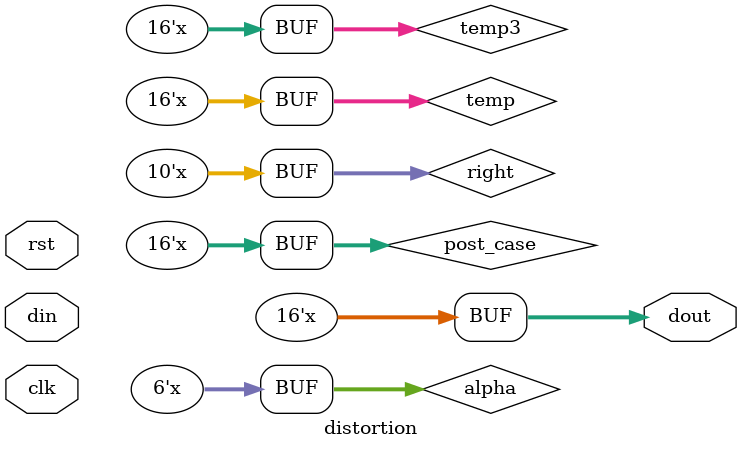
<source format=v>
`timescale 1ns / 1ps


module distortion(
    input signed [15:0] din, // range: (32767,-32768) 2^16
    input clk,
    input rst,    
    
    output reg signed [15:0] dout
    );
    
    reg signed [15:0] temp; //temp val for case statement processing
    reg signed [15:0] temp2; //temp val for sign stuff
    reg signed [15:0] temp3; //temp val for after case, pre output
    reg signed [15:0] post_case; //val for after case
    reg signed [9:0] left; //left 9 MSB
    reg signed [9:0] right; //next val after left
    reg signed [5:0] alpha; //reg for interval with bins

    reg sign; //sign reg
    
    always @(*)
    begin
        if(rst)
            dout <= 16'h0000; //set to 0 if reset
        else
        begin
            sign = din[15]; //sign is 16th bit
            if(sign == 1'b1) //take 2s comp if negative to find magnitude
                temp2 <= ~din + 1'b1;
            else 
                temp2 <= din; //if positive
                
            //linear interpolation section------------------------------------------------------------------------------
            left = temp2[14:6];  // 9 most significant bits
            right = left + 1'b1;   // next value, after left, when quantized to 10 
            alpha = temp2[5:0];  // tells me where in the interval the desired value is

            case(left) //arctangent LUT for 512 samples (technically 1024 after sign)
                9'h000 : temp = 16'h0000;
                9'h001 : temp = 16'h01C1;
                9'h002 : temp = 16'h0382;
                9'h003 : temp = 16'h0541;
                9'h004 : temp = 16'h0700;
                9'h005 : temp = 16'h08BD;
                9'h006 : temp = 16'h0A77;
                9'h007 : temp = 16'h0C30;
                9'h008 : temp = 16'h0DE5;
                9'h009 : temp = 16'h0F98;
                9'h00A : temp = 16'h1147;
                9'h00B : temp = 16'h12F2;
                9'h00C : temp = 16'h1499;
                9'h00D : temp = 16'h163C;
                9'h00E : temp = 16'h17DA;
                9'h00F : temp = 16'h1973;
                9'h010 : temp = 16'h1B07;
                9'h011 : temp = 16'h1C96;
                9'h012 : temp = 16'h1E1F;
                9'h013 : temp = 16'h1FA3;
                9'h014 : temp = 16'h2121;
                9'h015 : temp = 16'h2298;
                9'h016 : temp = 16'h240A;
                9'h017 : temp = 16'h2576;
                9'h018 : temp = 16'h26DB;
                9'h019 : temp = 16'h283B;
                9'h01A : temp = 16'h2994;
                9'h01B : temp = 16'h2AE7;
                9'h01C : temp = 16'h2C33;
                9'h01D : temp = 16'h2D79;
                9'h01E : temp = 16'h2EB9;
                9'h01F : temp = 16'h2FF3;
                9'h020 : temp = 16'h3127;
                9'h021 : temp = 16'h3254;
                9'h022 : temp = 16'h337C;
                9'h023 : temp = 16'h349D;
                9'h024 : temp = 16'h35B9;
                9'h025 : temp = 16'h36CE;
                9'h026 : temp = 16'h37DE;
                9'h027 : temp = 16'h38E8;
                9'h028 : temp = 16'h39ED;
                9'h029 : temp = 16'h3AEC;
                9'h02A : temp = 16'h3BE6;
                9'h02B : temp = 16'h3CDA;
                9'h02C : temp = 16'h3DCA;
                9'h02D : temp = 16'h3EB4;
                9'h02E : temp = 16'h3F99;
                9'h02F : temp = 16'h4079;
                9'h030 : temp = 16'h4155;
                9'h031 : temp = 16'h422C;
                9'h032 : temp = 16'h42FE;
                9'h033 : temp = 16'h43CC;
                9'h034 : temp = 16'h4495;
                9'h035 : temp = 16'h455A;
                9'h036 : temp = 16'h461B;
                9'h037 : temp = 16'h46D8;
                9'h038 : temp = 16'h4791;
                9'h039 : temp = 16'h4847;
                9'h03A : temp = 16'h48F8;
                9'h03B : temp = 16'h49A6;
                9'h03C : temp = 16'h4A50;
                9'h03D : temp = 16'h4AF6;
                9'h03E : temp = 16'h4B99;
                9'h03F : temp = 16'h4C39;
                9'h040 : temp = 16'h4CD6;
                9'h041 : temp = 16'h4D6F;
                9'h042 : temp = 16'h4E05;
                9'h043 : temp = 16'h4E99;
                9'h044 : temp = 16'h4F29;
                9'h045 : temp = 16'h4FB6;
                9'h046 : temp = 16'h5041;
                9'h047 : temp = 16'h50C9;
                9'h048 : temp = 16'h514E;
                9'h049 : temp = 16'h51D1;
                9'h04A : temp = 16'h5251;
                9'h04B : temp = 16'h52CF;
                9'h04C : temp = 16'h534A;
                9'h04D : temp = 16'h53C3;
                9'h04E : temp = 16'h543A;
                9'h04F : temp = 16'h54AE;
                9'h050 : temp = 16'h5521;
                9'h051 : temp = 16'h5591;
                9'h052 : temp = 16'h55FF;
                9'h053 : temp = 16'h566B;
                9'h054 : temp = 16'h56D5;
                9'h055 : temp = 16'h573D;
                9'h056 : temp = 16'h57A4;
                9'h057 : temp = 16'h5808;
                9'h058 : temp = 16'h586B;
                9'h059 : temp = 16'h58CC;
                9'h05A : temp = 16'h592B;
                9'h05B : temp = 16'h5989;
                9'h05C : temp = 16'h59E5;
                9'h05D : temp = 16'h5A3F;
                9'h05E : temp = 16'h5A98;
                9'h05F : temp = 16'h5AF0;
                9'h060 : temp = 16'h5B46;
                9'h061 : temp = 16'h5B9A;
                9'h062 : temp = 16'h5BED;
                9'h063 : temp = 16'h5C3F;
                9'h064 : temp = 16'h5C8F;
                9'h065 : temp = 16'h5CDE;
                9'h066 : temp = 16'h5D2C;
                9'h067 : temp = 16'h5D79;
                9'h068 : temp = 16'h5DC4;
                9'h069 : temp = 16'h5E0E;
                9'h06A : temp = 16'h5E57;
                9'h06B : temp = 16'h5E9F;
                9'h06C : temp = 16'h5EE5;
                9'h06D : temp = 16'h5F2B;
                9'h06E : temp = 16'h5F6F;
                9'h06F : temp = 16'h5FB3;
                9'h070 : temp = 16'h5FF5;
                9'h071 : temp = 16'h6037;
                9'h072 : temp = 16'h6077;
                9'h073 : temp = 16'h60B7;
                9'h074 : temp = 16'h60F5;
                9'h075 : temp = 16'h6133;
                9'h076 : temp = 16'h616F;
                9'h077 : temp = 16'h61AB;
                9'h078 : temp = 16'h61E6;
                9'h079 : temp = 16'h6220;
                9'h07A : temp = 16'h625A;
                9'h07B : temp = 16'h6292;
                9'h07C : temp = 16'h62CA;
                9'h07D : temp = 16'h6301;
                9'h07E : temp = 16'h6337;
                9'h07F : temp = 16'h636C;
                9'h080 : temp = 16'h63A1;
                9'h081 : temp = 16'h63D5;
                9'h082 : temp = 16'h6408;
                9'h083 : temp = 16'h643A;
                9'h084 : temp = 16'h646C;
                9'h085 : temp = 16'h649D;
                9'h086 : temp = 16'h64CE;
                9'h087 : temp = 16'h64FE;
                9'h088 : temp = 16'h652D;
                9'h089 : temp = 16'h655B;
                9'h08A : temp = 16'h6589;
                9'h08B : temp = 16'h65B7;
                9'h08C : temp = 16'h65E4;
                9'h08D : temp = 16'h6610;
                9'h08E : temp = 16'h663C;
                9'h08F : temp = 16'h6667;
                9'h090 : temp = 16'h6691;
                9'h091 : temp = 16'h66BB;
                9'h092 : temp = 16'h66E5;
                9'h093 : temp = 16'h670E;
                9'h094 : temp = 16'h6737;
                9'h095 : temp = 16'h675F;
                9'h096 : temp = 16'h6786;
                9'h097 : temp = 16'h67AD;
                9'h098 : temp = 16'h67D4;
                9'h099 : temp = 16'h67FA;
                9'h09A : temp = 16'h6820;
                9'h09B : temp = 16'h6845;
                9'h09C : temp = 16'h686A;
                9'h09D : temp = 16'h688E;
                9'h09E : temp = 16'h68B2;
                9'h09F : temp = 16'h68D5;
                9'h0A0 : temp = 16'h68F9;
                9'h0A1 : temp = 16'h691B;
                9'h0A2 : temp = 16'h693E;
                9'h0A3 : temp = 16'h695F;
                9'h0A4 : temp = 16'h6981;
                9'h0A5 : temp = 16'h69A2;
                9'h0A6 : temp = 16'h69C3;
                9'h0A7 : temp = 16'h69E3;
                9'h0A8 : temp = 16'h6A03;
                9'h0A9 : temp = 16'h6A23;
                9'h0AA : temp = 16'h6A43;
                9'h0AB : temp = 16'h6A62;
                9'h0AC : temp = 16'h6A80;
                9'h0AD : temp = 16'h6A9F;
                9'h0AE : temp = 16'h6ABD;
                9'h0AF : temp = 16'h6ADA;
                9'h0B0 : temp = 16'h6AF8;
                9'h0B1 : temp = 16'h6B15;
                9'h0B2 : temp = 16'h6B32;
                9'h0B3 : temp = 16'h6B4E;
                9'h0B4 : temp = 16'h6B6A;
                9'h0B5 : temp = 16'h6B86;
                9'h0B6 : temp = 16'h6BA2;
                9'h0B7 : temp = 16'h6BBD;
                9'h0B8 : temp = 16'h6BD8;
                9'h0B9 : temp = 16'h6BF3;
                9'h0BA : temp = 16'h6C0E;
                9'h0BB : temp = 16'h6C28;
                9'h0BC : temp = 16'h6C42;
                9'h0BD : temp = 16'h6C5B;
                9'h0BE : temp = 16'h6C75;
                9'h0BF : temp = 16'h6C8E;
                9'h0C0 : temp = 16'h6CA7;
                9'h0C1 : temp = 16'h6CC0;
                9'h0C2 : temp = 16'h6CD8;
                9'h0C3 : temp = 16'h6CF0;
                9'h0C4 : temp = 16'h6D08;
                9'h0C5 : temp = 16'h6D20;
                9'h0C6 : temp = 16'h6D38;
                9'h0C7 : temp = 16'h6D4F;
                9'h0C8 : temp = 16'h6D66;
                9'h0C9 : temp = 16'h6D7D;
                9'h0CA : temp = 16'h6D94;
                9'h0CB : temp = 16'h6DAA;
                9'h0CC : temp = 16'h6DC0;
                9'h0CD : temp = 16'h6DD6;
                9'h0CE : temp = 16'h6DEC;
                9'h0CF : temp = 16'h6E02;
                9'h0D0 : temp = 16'h6E17;
                9'h0D1 : temp = 16'h6E2D;
                9'h0D2 : temp = 16'h6E42;
                9'h0D3 : temp = 16'h6E56;
                9'h0D4 : temp = 16'h6E6B;
                9'h0D5 : temp = 16'h6E80;
                9'h0D6 : temp = 16'h6E94;
                9'h0D7 : temp = 16'h6EA8;
                9'h0D8 : temp = 16'h6EBC;
                9'h0D9 : temp = 16'h6ED0;
                9'h0DA : temp = 16'h6EE3;
                9'h0DB : temp = 16'h6EF7;
                9'h0DC : temp = 16'h6F0A;
                9'h0DD : temp = 16'h6F1D;
                9'h0DE : temp = 16'h6F30;
                9'h0DF : temp = 16'h6F43;
                9'h0E0 : temp = 16'h6F55;
                9'h0E1 : temp = 16'h6F68;
                9'h0E2 : temp = 16'h6F7A;
                9'h0E3 : temp = 16'h6F8C;
                9'h0E4 : temp = 16'h6F9E;
                9'h0E5 : temp = 16'h6FB0;
                9'h0E6 : temp = 16'h6FC2;
                9'h0E7 : temp = 16'h6FD3;
                9'h0E8 : temp = 16'h6FE5;
                9'h0E9 : temp = 16'h6FF6;
                9'h0EA : temp = 16'h7007;
                9'h0EB : temp = 16'h7018;
                9'h0EC : temp = 16'h7029;
                9'h0ED : temp = 16'h7039;
                9'h0EE : temp = 16'h704A;
                9'h0EF : temp = 16'h705A;
                9'h0F0 : temp = 16'h706B;
                9'h0F1 : temp = 16'h707B;
                9'h0F2 : temp = 16'h708B;
                9'h0F3 : temp = 16'h709B;
                9'h0F4 : temp = 16'h70AA;
                9'h0F5 : temp = 16'h70BA;
                9'h0F6 : temp = 16'h70CA;
                9'h0F7 : temp = 16'h70D9;
                9'h0F8 : temp = 16'h70E8;
                9'h0F9 : temp = 16'h70F7;
                9'h0FA : temp = 16'h7107;
                9'h0FB : temp = 16'h7115;
                9'h0FC : temp = 16'h7124;
                9'h0FD : temp = 16'h7133;
                9'h0FE : temp = 16'h7142;
                9'h0FF : temp = 16'h7150;
                9'h100 : temp = 16'h715E;
                9'h101 : temp = 16'h716D;
                9'h102 : temp = 16'h717B;
                9'h103 : temp = 16'h7189;
                9'h104 : temp = 16'h7197;
                9'h105 : temp = 16'h71A5;
                9'h106 : temp = 16'h71B2;
                9'h107 : temp = 16'h71C0;
                9'h108 : temp = 16'h71CE;
                9'h109 : temp = 16'h71DB;
                9'h10A : temp = 16'h71E8;
                9'h10B : temp = 16'h71F6;
                9'h10C : temp = 16'h7203;
                9'h10D : temp = 16'h7210;
                9'h10E : temp = 16'h721D;
                9'h10F : temp = 16'h722A;
                9'h110 : temp = 16'h7236;
                9'h111 : temp = 16'h7243;
                9'h112 : temp = 16'h7250;
                9'h113 : temp = 16'h725C;
                9'h114 : temp = 16'h7269;
                9'h115 : temp = 16'h7275;
                9'h116 : temp = 16'h7281;
                9'h117 : temp = 16'h728D;
                9'h118 : temp = 16'h7299;
                9'h119 : temp = 16'h72A5;
                9'h11A : temp = 16'h72B1;
                9'h11B : temp = 16'h72BD;
                9'h11C : temp = 16'h72C9;
                9'h11D : temp = 16'h72D4;
                9'h11E : temp = 16'h72E0;
                9'h11F : temp = 16'h72EC;
                9'h120 : temp = 16'h72F7;
                9'h121 : temp = 16'h7302;
                9'h122 : temp = 16'h730E;
                9'h123 : temp = 16'h7319;
                9'h124 : temp = 16'h7324;
                9'h125 : temp = 16'h732F;
                9'h126 : temp = 16'h733A;
                9'h127 : temp = 16'h7345;
                9'h128 : temp = 16'h7350;
                9'h129 : temp = 16'h735A;
                9'h12A : temp = 16'h7365;
                9'h12B : temp = 16'h7370;
                9'h12C : temp = 16'h737A;
                9'h12D : temp = 16'h7385;
                9'h12E : temp = 16'h738F;
                9'h12F : temp = 16'h739A;
                9'h130 : temp = 16'h73A4;
                9'h131 : temp = 16'h73AE;
                9'h132 : temp = 16'h73B8;
                9'h133 : temp = 16'h73C2;
                9'h134 : temp = 16'h73CC;
                9'h135 : temp = 16'h73D6;
                9'h136 : temp = 16'h73E0;
                9'h137 : temp = 16'h73EA;
                9'h138 : temp = 16'h73F4;
                9'h139 : temp = 16'h73FD;
                9'h13A : temp = 16'h7407;
                9'h13B : temp = 16'h7411;
                9'h13C : temp = 16'h741A;
                9'h13D : temp = 16'h7424;
                9'h13E : temp = 16'h742D;
                9'h13F : temp = 16'h7436;
                9'h140 : temp = 16'h7440;
                9'h141 : temp = 16'h7449;
                9'h142 : temp = 16'h7452;
                9'h143 : temp = 16'h745B;
                9'h144 : temp = 16'h7464;
                9'h145 : temp = 16'h746D;
                9'h146 : temp = 16'h7476;
                9'h147 : temp = 16'h747F;
                9'h148 : temp = 16'h7488;
                9'h149 : temp = 16'h7491;
                9'h14A : temp = 16'h749A;
                9'h14B : temp = 16'h74A2;
                9'h14C : temp = 16'h74AB;
                9'h14D : temp = 16'h74B4;
                9'h14E : temp = 16'h74BC;
                9'h14F : temp = 16'h74C5;
                9'h150 : temp = 16'h74CD;
                9'h151 : temp = 16'h74D5;
                9'h152 : temp = 16'h74DE;
                9'h153 : temp = 16'h74E6;
                9'h154 : temp = 16'h74EE;
                9'h155 : temp = 16'h74F7;
                9'h156 : temp = 16'h74FF;
                9'h157 : temp = 16'h7507;
                9'h158 : temp = 16'h750F;
                9'h159 : temp = 16'h7517;
                9'h15A : temp = 16'h751F;
                9'h15B : temp = 16'h7527;
                9'h15C : temp = 16'h752F;
                9'h15D : temp = 16'h7537;
                9'h15E : temp = 16'h753E;
                9'h15F : temp = 16'h7546;
                9'h160 : temp = 16'h754E;
                9'h161 : temp = 16'h7556;
                9'h162 : temp = 16'h755D;
                9'h163 : temp = 16'h7565;
                9'h164 : temp = 16'h756C;
                9'h165 : temp = 16'h7574;
                9'h166 : temp = 16'h757B;
                9'h167 : temp = 16'h7583;
                9'h168 : temp = 16'h758A;
                9'h169 : temp = 16'h7591;
                9'h16A : temp = 16'h7599;
                9'h16B : temp = 16'h75A0;
                9'h16C : temp = 16'h75A7;
                9'h16D : temp = 16'h75AE;
                9'h16E : temp = 16'h75B5;
                9'h16F : temp = 16'h75BD;
                9'h170 : temp = 16'h75C4;
                9'h171 : temp = 16'h75CB;
                9'h172 : temp = 16'h75D2;
                9'h173 : temp = 16'h75D9;
                9'h174 : temp = 16'h75DF;
                9'h175 : temp = 16'h75E6;
                9'h176 : temp = 16'h75ED;
                9'h177 : temp = 16'h75F4;
                9'h178 : temp = 16'h75FB;
                9'h179 : temp = 16'h7601;
                9'h17A : temp = 16'h7608;
                9'h17B : temp = 16'h760F;
                9'h17C : temp = 16'h7615;
                9'h17D : temp = 16'h761C;
                9'h17E : temp = 16'h7623;
                9'h17F : temp = 16'h7629;
                9'h180 : temp = 16'h7630;
                9'h181 : temp = 16'h7636;
                9'h182 : temp = 16'h763D;
                9'h183 : temp = 16'h7643;
                9'h184 : temp = 16'h7649;
                9'h185 : temp = 16'h7650;
                9'h186 : temp = 16'h7656;
                9'h187 : temp = 16'h765C;
                9'h188 : temp = 16'h7662;
                9'h189 : temp = 16'h7669;
                9'h18A : temp = 16'h766F;
                9'h18B : temp = 16'h7675;
                9'h18C : temp = 16'h767B;
                9'h18D : temp = 16'h7681;
                9'h18E : temp = 16'h7687;
                9'h18F : temp = 16'h768D;
                9'h190 : temp = 16'h7693;
                9'h191 : temp = 16'h7699;
                9'h192 : temp = 16'h769F;
                9'h193 : temp = 16'h76A5;
                9'h194 : temp = 16'h76AB;
                9'h195 : temp = 16'h76B1;
                9'h196 : temp = 16'h76B7;
                9'h197 : temp = 16'h76BC;
                9'h198 : temp = 16'h76C2;
                9'h199 : temp = 16'h76C8;
                9'h19A : temp = 16'h76CE;
                9'h19B : temp = 16'h76D3;
                9'h19C : temp = 16'h76D9;
                9'h19D : temp = 16'h76DE;
                9'h19E : temp = 16'h76E4;
                9'h19F : temp = 16'h76EA;
                9'h1A0 : temp = 16'h76EF;
                9'h1A1 : temp = 16'h76F5;
                9'h1A2 : temp = 16'h76FA;
                9'h1A3 : temp = 16'h7700;
                9'h1A4 : temp = 16'h7705;
                9'h1A5 : temp = 16'h770A;
                9'h1A6 : temp = 16'h7710;
                9'h1A7 : temp = 16'h7715;
                9'h1A8 : temp = 16'h771B;
                9'h1A9 : temp = 16'h7720;
                9'h1AA : temp = 16'h7725;
                9'h1AB : temp = 16'h772A;
                9'h1AC : temp = 16'h7730;
                9'h1AD : temp = 16'h7735;
                9'h1AE : temp = 16'h773A;
                9'h1AF : temp = 16'h773F;
                9'h1B0 : temp = 16'h7744;
                9'h1B1 : temp = 16'h774A;
                9'h1B2 : temp = 16'h774F;
                9'h1B3 : temp = 16'h7754;
                9'h1B4 : temp = 16'h7759;
                9'h1B5 : temp = 16'h775E;
                9'h1B6 : temp = 16'h7763;
                9'h1B7 : temp = 16'h7768;
                9'h1B8 : temp = 16'h776D;
                9'h1B9 : temp = 16'h7772;
                9'h1BA : temp = 16'h7777;
                9'h1BB : temp = 16'h777B;
                9'h1BC : temp = 16'h7780;
                9'h1BD : temp = 16'h7785;
                9'h1BE : temp = 16'h778A;
                9'h1BF : temp = 16'h778F;
                9'h1C0 : temp = 16'h7794;
                9'h1C1 : temp = 16'h7798;
                9'h1C2 : temp = 16'h779D;
                9'h1C3 : temp = 16'h77A2;
                9'h1C4 : temp = 16'h77A7;
                9'h1C5 : temp = 16'h77AB;
                9'h1C6 : temp = 16'h77B0;
                9'h1C7 : temp = 16'h77B5;
                9'h1C8 : temp = 16'h77B9;
                9'h1C9 : temp = 16'h77BE;
                9'h1CA : temp = 16'h77C2;
                9'h1CB : temp = 16'h77C7;
                9'h1CC : temp = 16'h77CB;
                9'h1CD : temp = 16'h77D0;
                9'h1CE : temp = 16'h77D5;
                9'h1CF : temp = 16'h77D9;
                9'h1D0 : temp = 16'h77DD;
                9'h1D1 : temp = 16'h77E2;
                9'h1D2 : temp = 16'h77E6;
                9'h1D3 : temp = 16'h77EB;
                9'h1D4 : temp = 16'h77EF;
                9'h1D5 : temp = 16'h77F4;
                9'h1D6 : temp = 16'h77F8;
                9'h1D7 : temp = 16'h77FC;
                9'h1D8 : temp = 16'h7801;
                9'h1D9 : temp = 16'h7805;
                9'h1DA : temp = 16'h7809;
                9'h1DB : temp = 16'h780D;
                9'h1DC : temp = 16'h7812;
                9'h1DD : temp = 16'h7816;
                9'h1DE : temp = 16'h781A;
                9'h1DF : temp = 16'h781E;
                9'h1E0 : temp = 16'h7822;
                9'h1E1 : temp = 16'h7827;
                9'h1E2 : temp = 16'h782B;
                9'h1E3 : temp = 16'h782F;
                9'h1E4 : temp = 16'h7833;
                9'h1E5 : temp = 16'h7837;
                9'h1E6 : temp = 16'h783B;
                9'h1E7 : temp = 16'h783F;
                9'h1E8 : temp = 16'h7843;
                9'h1E9 : temp = 16'h7847;
                9'h1EA : temp = 16'h784B;
                9'h1EB : temp = 16'h784F;
                9'h1EC : temp = 16'h7853;
                9'h1ED : temp = 16'h7857;
                9'h1EE : temp = 16'h785B;
                9'h1EF : temp = 16'h785F;
                9'h1F0 : temp = 16'h7863;
                9'h1F1 : temp = 16'h7867;
                9'h1F2 : temp = 16'h786B;
                9'h1F3 : temp = 16'h786F;
                9'h1F4 : temp = 16'h7872;
                9'h1F5 : temp = 16'h7876;
                9'h1F6 : temp = 16'h787A;
                9'h1F7 : temp = 16'h787E;
                9'h1F8 : temp = 16'h7882;
                9'h1F9 : temp = 16'h7885;
                9'h1FA : temp = 16'h7889;
                9'h1FB : temp = 16'h788D;
                9'h1FC : temp = 16'h7891;
                9'h1FD : temp = 16'h7894;
                9'h1FE : temp = 16'h7898;
                9'h1FF : temp = 16'h789C;    
            endcase
                
                post_case <= temp;
            
                if(sign == 1'b1) //take 2s comp if negative
                    temp3 <= ~post_case + 1'b1;
                else 
                    temp3 <= post_case;
            
        end
        dout <= temp3[15:0]; //output data
    end
 
endmodule

//////////////////////////////////////////////////////////
//reg [15:0] x_in;

//reg [9:0] left;
//reg [9:0] right;
//reg [3:0] alpha;

//always @(*)
//left = x_in[15:6];  // 10 most significant bits
//right = left + 1;   // next value, after left, when quantized to 10 bits

//alpha = x_in[5:0];  // tells me where in the interval the desired value is

//y_out = (alpha * right + (64-alpha) * left)/64;

</source>
